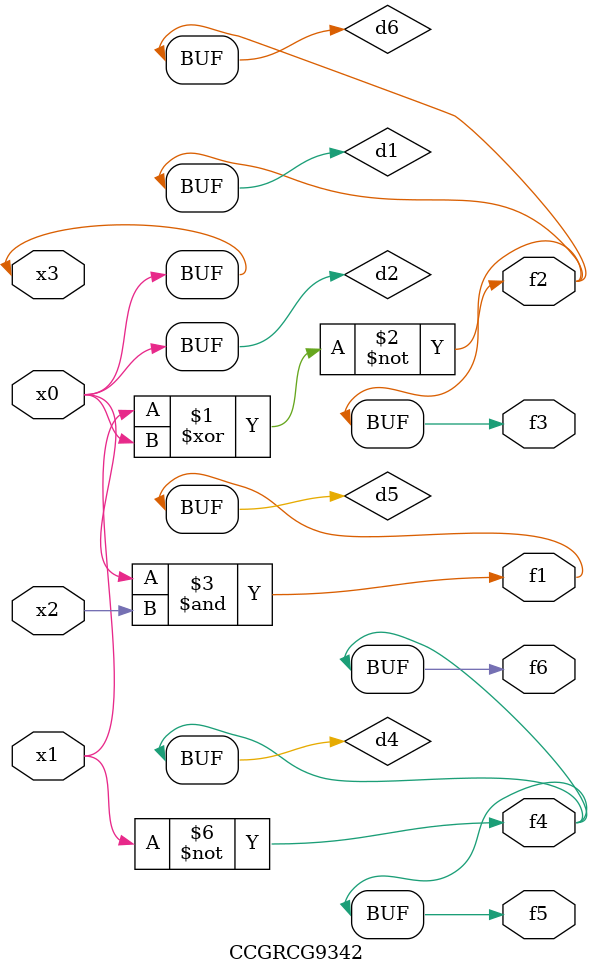
<source format=v>
module CCGRCG9342(
	input x0, x1, x2, x3,
	output f1, f2, f3, f4, f5, f6
);

	wire d1, d2, d3, d4, d5, d6;

	xnor (d1, x1, x3);
	buf (d2, x0, x3);
	nand (d3, x0, x2);
	not (d4, x1);
	nand (d5, d3);
	or (d6, d1);
	assign f1 = d5;
	assign f2 = d6;
	assign f3 = d6;
	assign f4 = d4;
	assign f5 = d4;
	assign f6 = d4;
endmodule

</source>
